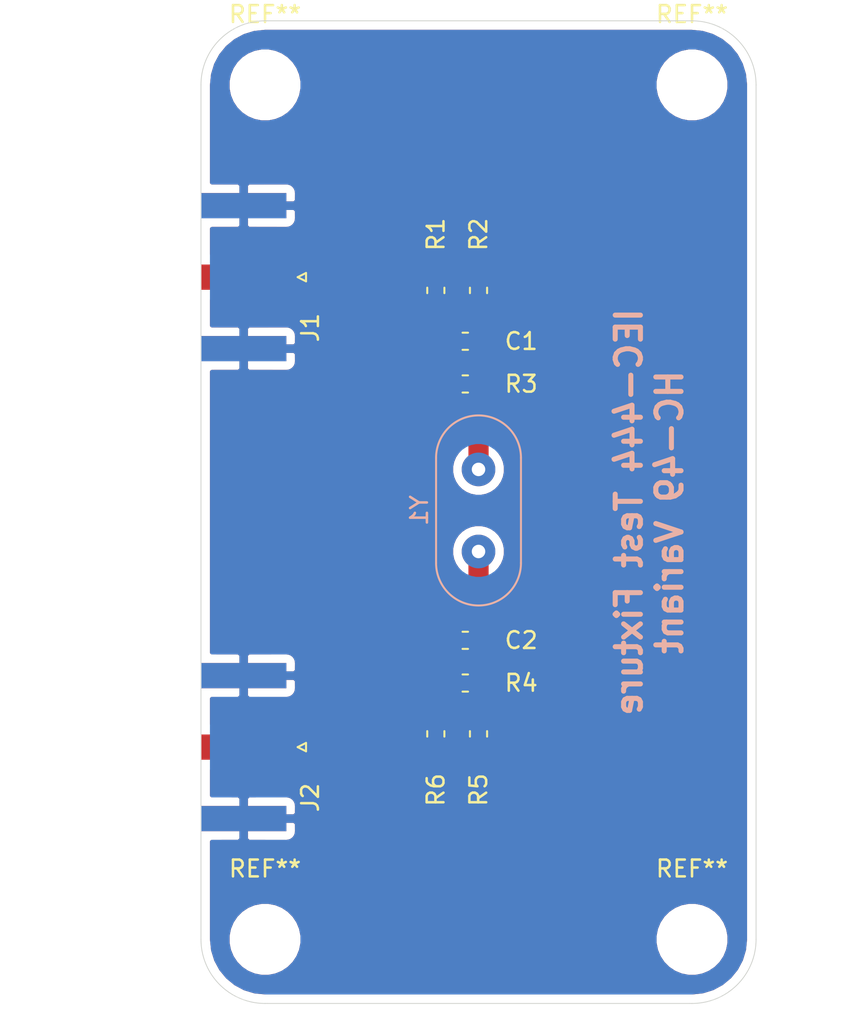
<source format=kicad_pcb>
(kicad_pcb (version 20171130) (host pcbnew "(5.1.5)-3")

  (general
    (thickness 1.6)
    (drawings 9)
    (tracks 5)
    (zones 0)
    (modules 15)
    (nets 6)
  )

  (page A4)
  (layers
    (0 F.Cu signal)
    (31 B.Cu signal)
    (32 B.Adhes user)
    (33 F.Adhes user)
    (34 B.Paste user)
    (35 F.Paste user)
    (36 B.SilkS user)
    (37 F.SilkS user)
    (38 B.Mask user)
    (39 F.Mask user)
    (40 Dwgs.User user)
    (41 Cmts.User user)
    (42 Eco1.User user)
    (43 Eco2.User user)
    (44 Edge.Cuts user)
    (45 Margin user)
    (46 B.CrtYd user)
    (47 F.CrtYd user)
    (48 B.Fab user)
    (49 F.Fab user)
  )

  (setup
    (last_trace_width 0.25)
    (trace_clearance 0.2)
    (zone_clearance 0.508)
    (zone_45_only no)
    (trace_min 0.2)
    (via_size 0.8)
    (via_drill 0.4)
    (via_min_size 0.4)
    (via_min_drill 0.3)
    (uvia_size 0.3)
    (uvia_drill 0.1)
    (uvias_allowed no)
    (uvia_min_size 0.2)
    (uvia_min_drill 0.1)
    (edge_width 0.05)
    (segment_width 0.2)
    (pcb_text_width 0.3)
    (pcb_text_size 1.5 1.5)
    (mod_edge_width 0.12)
    (mod_text_size 1 1)
    (mod_text_width 0.15)
    (pad_size 2 2)
    (pad_drill 0.8)
    (pad_to_mask_clearance 0.051)
    (solder_mask_min_width 0.25)
    (aux_axis_origin 0 0)
    (visible_elements FFFFFF7F)
    (pcbplotparams
      (layerselection 0x010fc_ffffffff)
      (usegerberextensions false)
      (usegerberattributes false)
      (usegerberadvancedattributes false)
      (creategerberjobfile false)
      (excludeedgelayer true)
      (linewidth 0.100000)
      (plotframeref false)
      (viasonmask false)
      (mode 1)
      (useauxorigin false)
      (hpglpennumber 1)
      (hpglpenspeed 20)
      (hpglpendiameter 15.000000)
      (psnegative false)
      (psa4output false)
      (plotreference true)
      (plotvalue true)
      (plotinvisibletext false)
      (padsonsilk false)
      (subtractmaskfromsilk false)
      (outputformat 1)
      (mirror false)
      (drillshape 1)
      (scaleselection 1)
      (outputdirectory ""))
  )

  (net 0 "")
  (net 1 "Net-(C1-Pad1)")
  (net 2 GND)
  (net 3 "Net-(C2-Pad1)")
  (net 4 "Net-(J1-Pad1)")
  (net 5 "Net-(J2-Pad1)")

  (net_class Default "This is the default net class."
    (clearance 0.2)
    (trace_width 0.25)
    (via_dia 0.8)
    (via_drill 0.4)
    (uvia_dia 0.3)
    (uvia_drill 0.1)
  )

  (net_class 50ohm_milled ""
    (clearance 0.3)
    (trace_width 1.2)
    (via_dia 1.3)
    (via_drill 1)
    (uvia_dia 0.3)
    (uvia_drill 0.1)
    (add_net GND)
    (add_net "Net-(C1-Pad1)")
    (add_net "Net-(C2-Pad1)")
    (add_net "Net-(J1-Pad1)")
    (add_net "Net-(J2-Pad1)")
  )

  (module MountingHole:MountingHole_3.2mm_M3 (layer F.Cu) (tedit 56D1B4CB) (tstamp 5E221B35)
    (at 139.7 139.7)
    (descr "Mounting Hole 3.2mm, no annular, M3")
    (tags "mounting hole 3.2mm no annular m3")
    (attr virtual)
    (fp_text reference REF** (at 0 -4.2) (layer F.SilkS)
      (effects (font (size 1 1) (thickness 0.15)))
    )
    (fp_text value MountingHole_3.2mm_M3 (at 0 4.2) (layer F.Fab)
      (effects (font (size 1 1) (thickness 0.15)))
    )
    (fp_circle (center 0 0) (end 3.45 0) (layer F.CrtYd) (width 0.05))
    (fp_circle (center 0 0) (end 3.2 0) (layer Cmts.User) (width 0.15))
    (fp_text user %R (at 0.3 0) (layer F.Fab)
      (effects (font (size 1 1) (thickness 0.15)))
    )
    (pad 1 np_thru_hole circle (at 0 0) (size 3.2 3.2) (drill 3.2) (layers *.Cu *.Mask))
  )

  (module MountingHole:MountingHole_3.2mm_M3 (layer F.Cu) (tedit 56D1B4CB) (tstamp 5E221B18)
    (at 139.7 88.9)
    (descr "Mounting Hole 3.2mm, no annular, M3")
    (tags "mounting hole 3.2mm no annular m3")
    (attr virtual)
    (fp_text reference REF** (at 0 -4.2) (layer F.SilkS)
      (effects (font (size 1 1) (thickness 0.15)))
    )
    (fp_text value MountingHole_3.2mm_M3 (at 0 4.2) (layer F.Fab)
      (effects (font (size 1 1) (thickness 0.15)))
    )
    (fp_circle (center 0 0) (end 3.45 0) (layer F.CrtYd) (width 0.05))
    (fp_circle (center 0 0) (end 3.2 0) (layer Cmts.User) (width 0.15))
    (fp_text user %R (at 0.3 0) (layer F.Fab)
      (effects (font (size 1 1) (thickness 0.15)))
    )
    (pad 1 np_thru_hole circle (at 0 0) (size 3.2 3.2) (drill 3.2) (layers *.Cu *.Mask))
  )

  (module MountingHole:MountingHole_3.2mm_M3 (layer F.Cu) (tedit 56D1B4CB) (tstamp 5E221AFB)
    (at 114.3 139.7)
    (descr "Mounting Hole 3.2mm, no annular, M3")
    (tags "mounting hole 3.2mm no annular m3")
    (attr virtual)
    (fp_text reference REF** (at 0 -4.2) (layer F.SilkS)
      (effects (font (size 1 1) (thickness 0.15)))
    )
    (fp_text value MountingHole_3.2mm_M3 (at 0 4.2) (layer F.Fab)
      (effects (font (size 1 1) (thickness 0.15)))
    )
    (fp_circle (center 0 0) (end 3.45 0) (layer F.CrtYd) (width 0.05))
    (fp_circle (center 0 0) (end 3.2 0) (layer Cmts.User) (width 0.15))
    (fp_text user %R (at 0.3 0) (layer F.Fab)
      (effects (font (size 1 1) (thickness 0.15)))
    )
    (pad 1 np_thru_hole circle (at 0 0) (size 3.2 3.2) (drill 3.2) (layers *.Cu *.Mask))
  )

  (module MountingHole:MountingHole_3.2mm_M3 (layer F.Cu) (tedit 56D1B4CB) (tstamp 5E221ABF)
    (at 114.3 88.9)
    (descr "Mounting Hole 3.2mm, no annular, M3")
    (tags "mounting hole 3.2mm no annular m3")
    (attr virtual)
    (fp_text reference REF** (at 0 -4.2) (layer F.SilkS)
      (effects (font (size 1 1) (thickness 0.15)))
    )
    (fp_text value MountingHole_3.2mm_M3 (at 0 4.2) (layer F.Fab)
      (effects (font (size 1 1) (thickness 0.15)))
    )
    (fp_circle (center 0 0) (end 3.45 0) (layer F.CrtYd) (width 0.05))
    (fp_circle (center 0 0) (end 3.2 0) (layer Cmts.User) (width 0.15))
    (fp_text user %R (at 0.3 0) (layer F.Fab)
      (effects (font (size 1 1) (thickness 0.15)))
    )
    (pad 1 np_thru_hole circle (at 0 0) (size 3.2 3.2) (drill 3.2) (layers *.Cu *.Mask))
  )

  (module Capacitor_SMD:C_0603_1608Metric (layer F.Cu) (tedit 5B301BBE) (tstamp 5E220322)
    (at 126.2125 104.14 180)
    (descr "Capacitor SMD 0603 (1608 Metric), square (rectangular) end terminal, IPC_7351 nominal, (Body size source: http://www.tortai-tech.com/upload/download/2011102023233369053.pdf), generated with kicad-footprint-generator")
    (tags capacitor)
    (path /5D612DA1)
    (attr smd)
    (fp_text reference C1 (at -3.3275 0) (layer F.SilkS)
      (effects (font (size 1 1) (thickness 0.15)))
    )
    (fp_text value 33n (at 4.2925 0) (layer F.Fab)
      (effects (font (size 1 1) (thickness 0.15)))
    )
    (fp_line (start -0.8 0.4) (end -0.8 -0.4) (layer F.Fab) (width 0.1))
    (fp_line (start -0.8 -0.4) (end 0.8 -0.4) (layer F.Fab) (width 0.1))
    (fp_line (start 0.8 -0.4) (end 0.8 0.4) (layer F.Fab) (width 0.1))
    (fp_line (start 0.8 0.4) (end -0.8 0.4) (layer F.Fab) (width 0.1))
    (fp_line (start -0.162779 -0.51) (end 0.162779 -0.51) (layer F.SilkS) (width 0.12))
    (fp_line (start -0.162779 0.51) (end 0.162779 0.51) (layer F.SilkS) (width 0.12))
    (fp_line (start -1.48 0.73) (end -1.48 -0.73) (layer F.CrtYd) (width 0.05))
    (fp_line (start -1.48 -0.73) (end 1.48 -0.73) (layer F.CrtYd) (width 0.05))
    (fp_line (start 1.48 -0.73) (end 1.48 0.73) (layer F.CrtYd) (width 0.05))
    (fp_line (start 1.48 0.73) (end -1.48 0.73) (layer F.CrtYd) (width 0.05))
    (fp_text user %R (at 0 0) (layer F.Fab)
      (effects (font (size 0.4 0.4) (thickness 0.06)))
    )
    (pad 1 smd roundrect (at -0.7875 0 180) (size 0.875 0.95) (layers F.Cu F.Paste F.Mask) (roundrect_rratio 0.25)
      (net 1 "Net-(C1-Pad1)"))
    (pad 2 smd roundrect (at 0.7875 0 180) (size 0.875 0.95) (layers F.Cu F.Paste F.Mask) (roundrect_rratio 0.25)
      (net 2 GND))
    (model ${KISYS3DMOD}/Capacitor_SMD.3dshapes/C_0603_1608Metric.wrl
      (at (xyz 0 0 0))
      (scale (xyz 1 1 1))
      (rotate (xyz 0 0 0))
    )
  )

  (module Capacitor_SMD:C_0603_1608Metric (layer F.Cu) (tedit 5B301BBE) (tstamp 5E220333)
    (at 126.2125 121.92 180)
    (descr "Capacitor SMD 0603 (1608 Metric), square (rectangular) end terminal, IPC_7351 nominal, (Body size source: http://www.tortai-tech.com/upload/download/2011102023233369053.pdf), generated with kicad-footprint-generator")
    (tags capacitor)
    (path /5D612EBD)
    (attr smd)
    (fp_text reference C2 (at -3.3275 0) (layer F.SilkS)
      (effects (font (size 1 1) (thickness 0.15)))
    )
    (fp_text value 33n (at 4.2925 0) (layer F.Fab)
      (effects (font (size 1 1) (thickness 0.15)))
    )
    (fp_text user %R (at 0 0) (layer F.Fab)
      (effects (font (size 0.4 0.4) (thickness 0.06)))
    )
    (fp_line (start 1.48 0.73) (end -1.48 0.73) (layer F.CrtYd) (width 0.05))
    (fp_line (start 1.48 -0.73) (end 1.48 0.73) (layer F.CrtYd) (width 0.05))
    (fp_line (start -1.48 -0.73) (end 1.48 -0.73) (layer F.CrtYd) (width 0.05))
    (fp_line (start -1.48 0.73) (end -1.48 -0.73) (layer F.CrtYd) (width 0.05))
    (fp_line (start -0.162779 0.51) (end 0.162779 0.51) (layer F.SilkS) (width 0.12))
    (fp_line (start -0.162779 -0.51) (end 0.162779 -0.51) (layer F.SilkS) (width 0.12))
    (fp_line (start 0.8 0.4) (end -0.8 0.4) (layer F.Fab) (width 0.1))
    (fp_line (start 0.8 -0.4) (end 0.8 0.4) (layer F.Fab) (width 0.1))
    (fp_line (start -0.8 -0.4) (end 0.8 -0.4) (layer F.Fab) (width 0.1))
    (fp_line (start -0.8 0.4) (end -0.8 -0.4) (layer F.Fab) (width 0.1))
    (pad 2 smd roundrect (at 0.7875 0 180) (size 0.875 0.95) (layers F.Cu F.Paste F.Mask) (roundrect_rratio 0.25)
      (net 2 GND))
    (pad 1 smd roundrect (at -0.7875 0 180) (size 0.875 0.95) (layers F.Cu F.Paste F.Mask) (roundrect_rratio 0.25)
      (net 3 "Net-(C2-Pad1)"))
    (model ${KISYS3DMOD}/Capacitor_SMD.3dshapes/C_0603_1608Metric.wrl
      (at (xyz 0 0 0))
      (scale (xyz 1 1 1))
      (rotate (xyz 0 0 0))
    )
  )

  (module Connector_Coaxial:SMA_Amphenol_132289_EdgeMount (layer F.Cu) (tedit 5A1C1810) (tstamp 5E220356)
    (at 113.03 100.33 180)
    (descr http://www.amphenolrf.com/132289.html)
    (tags SMA)
    (path /5D614539)
    (attr smd)
    (fp_text reference J1 (at -3.96 -3 90) (layer F.SilkS)
      (effects (font (size 1 1) (thickness 0.15)))
    )
    (fp_text value Conn_Coaxial (at 5 6) (layer F.Fab)
      (effects (font (size 1 1) (thickness 0.15)))
    )
    (fp_line (start -1.91 5.08) (end 4.445 5.08) (layer F.Fab) (width 0.1))
    (fp_line (start -1.91 3.81) (end -1.91 5.08) (layer F.Fab) (width 0.1))
    (fp_line (start 2.54 3.81) (end -1.91 3.81) (layer F.Fab) (width 0.1))
    (fp_line (start 2.54 -3.81) (end 2.54 3.81) (layer F.Fab) (width 0.1))
    (fp_line (start -1.91 -3.81) (end 2.54 -3.81) (layer F.Fab) (width 0.1))
    (fp_line (start -1.91 -5.08) (end -1.91 -3.81) (layer F.Fab) (width 0.1))
    (fp_line (start -1.91 -5.08) (end 4.445 -5.08) (layer F.Fab) (width 0.1))
    (fp_line (start 4.445 -3.81) (end 4.445 -5.08) (layer F.Fab) (width 0.1))
    (fp_line (start 4.445 5.08) (end 4.445 3.81) (layer F.Fab) (width 0.1))
    (fp_line (start 13.97 3.81) (end 4.445 3.81) (layer F.Fab) (width 0.1))
    (fp_line (start 13.97 -3.81) (end 13.97 3.81) (layer F.Fab) (width 0.1))
    (fp_line (start 4.445 -3.81) (end 13.97 -3.81) (layer F.Fab) (width 0.1))
    (fp_line (start -3.04 5.58) (end -3.04 -5.58) (layer B.CrtYd) (width 0.05))
    (fp_line (start 14.47 5.58) (end -3.04 5.58) (layer B.CrtYd) (width 0.05))
    (fp_line (start 14.47 -5.58) (end 14.47 5.58) (layer B.CrtYd) (width 0.05))
    (fp_line (start 14.47 -5.58) (end -3.04 -5.58) (layer B.CrtYd) (width 0.05))
    (fp_line (start -3.04 5.58) (end -3.04 -5.58) (layer F.CrtYd) (width 0.05))
    (fp_line (start 14.47 5.58) (end -3.04 5.58) (layer F.CrtYd) (width 0.05))
    (fp_line (start 14.47 -5.58) (end 14.47 5.58) (layer F.CrtYd) (width 0.05))
    (fp_line (start 14.47 -5.58) (end -3.04 -5.58) (layer F.CrtYd) (width 0.05))
    (fp_text user %R (at 4.79 0 270) (layer F.Fab)
      (effects (font (size 1 1) (thickness 0.15)))
    )
    (fp_line (start 2.54 -0.75) (end 3.54 0) (layer F.Fab) (width 0.1))
    (fp_line (start 3.54 0) (end 2.54 0.75) (layer F.Fab) (width 0.1))
    (fp_line (start -3.21 0) (end -3.71 -0.25) (layer F.SilkS) (width 0.12))
    (fp_line (start -3.71 -0.25) (end -3.71 0.25) (layer F.SilkS) (width 0.12))
    (fp_line (start -3.71 0.25) (end -3.21 0) (layer F.SilkS) (width 0.12))
    (pad 1 smd rect (at 0 0 270) (size 1.5 5.08) (layers F.Cu F.Paste F.Mask)
      (net 4 "Net-(J1-Pad1)"))
    (pad 2 smd rect (at 0 -4.25 270) (size 1.5 5.08) (layers F.Cu F.Paste F.Mask)
      (net 2 GND))
    (pad 2 smd rect (at 0 4.25 270) (size 1.5 5.08) (layers F.Cu F.Paste F.Mask)
      (net 2 GND))
    (pad 2 smd rect (at 0 -4.25 270) (size 1.5 5.08) (layers B.Cu B.Paste B.Mask)
      (net 2 GND))
    (pad 2 smd rect (at 0 4.25 270) (size 1.5 5.08) (layers B.Cu B.Paste B.Mask)
      (net 2 GND))
    (model ${KISYS3DMOD}/Connector_Coaxial.3dshapes/SMA_Amphenol_132289_EdgeMount.wrl
      (at (xyz 0 0 0))
      (scale (xyz 1 1 1))
      (rotate (xyz 0 0 0))
    )
  )

  (module Connector_Coaxial:SMA_Amphenol_132289_EdgeMount (layer F.Cu) (tedit 5A1C1810) (tstamp 5E220379)
    (at 113.03 128.27 180)
    (descr http://www.amphenolrf.com/132289.html)
    (tags SMA)
    (path /5D614489)
    (attr smd)
    (fp_text reference J2 (at -3.96 -3 90) (layer F.SilkS)
      (effects (font (size 1 1) (thickness 0.15)))
    )
    (fp_text value Conn_Coaxial (at 5 6) (layer F.Fab)
      (effects (font (size 1 1) (thickness 0.15)))
    )
    (fp_line (start -3.71 0.25) (end -3.21 0) (layer F.SilkS) (width 0.12))
    (fp_line (start -3.71 -0.25) (end -3.71 0.25) (layer F.SilkS) (width 0.12))
    (fp_line (start -3.21 0) (end -3.71 -0.25) (layer F.SilkS) (width 0.12))
    (fp_line (start 3.54 0) (end 2.54 0.75) (layer F.Fab) (width 0.1))
    (fp_line (start 2.54 -0.75) (end 3.54 0) (layer F.Fab) (width 0.1))
    (fp_text user %R (at 4.79 0 270) (layer F.Fab)
      (effects (font (size 1 1) (thickness 0.15)))
    )
    (fp_line (start 14.47 -5.58) (end -3.04 -5.58) (layer F.CrtYd) (width 0.05))
    (fp_line (start 14.47 -5.58) (end 14.47 5.58) (layer F.CrtYd) (width 0.05))
    (fp_line (start 14.47 5.58) (end -3.04 5.58) (layer F.CrtYd) (width 0.05))
    (fp_line (start -3.04 5.58) (end -3.04 -5.58) (layer F.CrtYd) (width 0.05))
    (fp_line (start 14.47 -5.58) (end -3.04 -5.58) (layer B.CrtYd) (width 0.05))
    (fp_line (start 14.47 -5.58) (end 14.47 5.58) (layer B.CrtYd) (width 0.05))
    (fp_line (start 14.47 5.58) (end -3.04 5.58) (layer B.CrtYd) (width 0.05))
    (fp_line (start -3.04 5.58) (end -3.04 -5.58) (layer B.CrtYd) (width 0.05))
    (fp_line (start 4.445 -3.81) (end 13.97 -3.81) (layer F.Fab) (width 0.1))
    (fp_line (start 13.97 -3.81) (end 13.97 3.81) (layer F.Fab) (width 0.1))
    (fp_line (start 13.97 3.81) (end 4.445 3.81) (layer F.Fab) (width 0.1))
    (fp_line (start 4.445 5.08) (end 4.445 3.81) (layer F.Fab) (width 0.1))
    (fp_line (start 4.445 -3.81) (end 4.445 -5.08) (layer F.Fab) (width 0.1))
    (fp_line (start -1.91 -5.08) (end 4.445 -5.08) (layer F.Fab) (width 0.1))
    (fp_line (start -1.91 -5.08) (end -1.91 -3.81) (layer F.Fab) (width 0.1))
    (fp_line (start -1.91 -3.81) (end 2.54 -3.81) (layer F.Fab) (width 0.1))
    (fp_line (start 2.54 -3.81) (end 2.54 3.81) (layer F.Fab) (width 0.1))
    (fp_line (start 2.54 3.81) (end -1.91 3.81) (layer F.Fab) (width 0.1))
    (fp_line (start -1.91 3.81) (end -1.91 5.08) (layer F.Fab) (width 0.1))
    (fp_line (start -1.91 5.08) (end 4.445 5.08) (layer F.Fab) (width 0.1))
    (pad 2 smd rect (at 0 4.25 270) (size 1.5 5.08) (layers B.Cu B.Paste B.Mask)
      (net 2 GND))
    (pad 2 smd rect (at 0 -4.25 270) (size 1.5 5.08) (layers B.Cu B.Paste B.Mask)
      (net 2 GND))
    (pad 2 smd rect (at 0 4.25 270) (size 1.5 5.08) (layers F.Cu F.Paste F.Mask)
      (net 2 GND))
    (pad 2 smd rect (at 0 -4.25 270) (size 1.5 5.08) (layers F.Cu F.Paste F.Mask)
      (net 2 GND))
    (pad 1 smd rect (at 0 0 270) (size 1.5 5.08) (layers F.Cu F.Paste F.Mask)
      (net 5 "Net-(J2-Pad1)"))
    (model ${KISYS3DMOD}/Connector_Coaxial.3dshapes/SMA_Amphenol_132289_EdgeMount.wrl
      (at (xyz 0 0 0))
      (scale (xyz 1 1 1))
      (rotate (xyz 0 0 0))
    )
  )

  (module Resistor_SMD:R_0603_1608Metric (layer F.Cu) (tedit 5B301BBD) (tstamp 5E22038A)
    (at 124.46 101.1175 270)
    (descr "Resistor SMD 0603 (1608 Metric), square (rectangular) end terminal, IPC_7351 nominal, (Body size source: http://www.tortai-tech.com/upload/download/2011102023233369053.pdf), generated with kicad-footprint-generator")
    (tags resistor)
    (path /5D612D4C)
    (attr smd)
    (fp_text reference R1 (at -3.3275 0 90) (layer F.SilkS)
      (effects (font (size 1 1) (thickness 0.15)))
    )
    (fp_text value 158R (at -3.3275 1.27 90) (layer F.Fab)
      (effects (font (size 1 1) (thickness 0.15)))
    )
    (fp_line (start -0.8 0.4) (end -0.8 -0.4) (layer F.Fab) (width 0.1))
    (fp_line (start -0.8 -0.4) (end 0.8 -0.4) (layer F.Fab) (width 0.1))
    (fp_line (start 0.8 -0.4) (end 0.8 0.4) (layer F.Fab) (width 0.1))
    (fp_line (start 0.8 0.4) (end -0.8 0.4) (layer F.Fab) (width 0.1))
    (fp_line (start -0.162779 -0.51) (end 0.162779 -0.51) (layer F.SilkS) (width 0.12))
    (fp_line (start -0.162779 0.51) (end 0.162779 0.51) (layer F.SilkS) (width 0.12))
    (fp_line (start -1.48 0.73) (end -1.48 -0.73) (layer F.CrtYd) (width 0.05))
    (fp_line (start -1.48 -0.73) (end 1.48 -0.73) (layer F.CrtYd) (width 0.05))
    (fp_line (start 1.48 -0.73) (end 1.48 0.73) (layer F.CrtYd) (width 0.05))
    (fp_line (start 1.48 0.73) (end -1.48 0.73) (layer F.CrtYd) (width 0.05))
    (fp_text user %R (at 0 0 90) (layer F.Fab)
      (effects (font (size 0.4 0.4) (thickness 0.06)))
    )
    (pad 1 smd roundrect (at -0.7875 0 270) (size 0.875 0.95) (layers F.Cu F.Paste F.Mask) (roundrect_rratio 0.25)
      (net 4 "Net-(J1-Pad1)"))
    (pad 2 smd roundrect (at 0.7875 0 270) (size 0.875 0.95) (layers F.Cu F.Paste F.Mask) (roundrect_rratio 0.25)
      (net 2 GND))
    (model ${KISYS3DMOD}/Resistor_SMD.3dshapes/R_0603_1608Metric.wrl
      (at (xyz 0 0 0))
      (scale (xyz 1 1 1))
      (rotate (xyz 0 0 0))
    )
  )

  (module Resistor_SMD:R_0603_1608Metric (layer F.Cu) (tedit 5B301BBD) (tstamp 5E22084D)
    (at 127 101.1175 90)
    (descr "Resistor SMD 0603 (1608 Metric), square (rectangular) end terminal, IPC_7351 nominal, (Body size source: http://www.tortai-tech.com/upload/download/2011102023233369053.pdf), generated with kicad-footprint-generator")
    (tags resistor)
    (path /5D612D52)
    (attr smd)
    (fp_text reference R2 (at 3.3275 0 90) (layer F.SilkS)
      (effects (font (size 1 1) (thickness 0.15)))
    )
    (fp_text value 66R5 (at 3.3275 1.43 90) (layer F.Fab)
      (effects (font (size 1 1) (thickness 0.15)))
    )
    (fp_text user %R (at 0 0 90) (layer F.Fab)
      (effects (font (size 0.4 0.4) (thickness 0.06)))
    )
    (fp_line (start 1.48 0.73) (end -1.48 0.73) (layer F.CrtYd) (width 0.05))
    (fp_line (start 1.48 -0.73) (end 1.48 0.73) (layer F.CrtYd) (width 0.05))
    (fp_line (start -1.48 -0.73) (end 1.48 -0.73) (layer F.CrtYd) (width 0.05))
    (fp_line (start -1.48 0.73) (end -1.48 -0.73) (layer F.CrtYd) (width 0.05))
    (fp_line (start -0.162779 0.51) (end 0.162779 0.51) (layer F.SilkS) (width 0.12))
    (fp_line (start -0.162779 -0.51) (end 0.162779 -0.51) (layer F.SilkS) (width 0.12))
    (fp_line (start 0.8 0.4) (end -0.8 0.4) (layer F.Fab) (width 0.1))
    (fp_line (start 0.8 -0.4) (end 0.8 0.4) (layer F.Fab) (width 0.1))
    (fp_line (start -0.8 -0.4) (end 0.8 -0.4) (layer F.Fab) (width 0.1))
    (fp_line (start -0.8 0.4) (end -0.8 -0.4) (layer F.Fab) (width 0.1))
    (pad 2 smd roundrect (at 0.7875 0 90) (size 0.875 0.95) (layers F.Cu F.Paste F.Mask) (roundrect_rratio 0.25)
      (net 4 "Net-(J1-Pad1)"))
    (pad 1 smd roundrect (at -0.7875 0 90) (size 0.875 0.95) (layers F.Cu F.Paste F.Mask) (roundrect_rratio 0.25)
      (net 1 "Net-(C1-Pad1)"))
    (model ${KISYS3DMOD}/Resistor_SMD.3dshapes/R_0603_1608Metric.wrl
      (at (xyz 0 0 0))
      (scale (xyz 1 1 1))
      (rotate (xyz 0 0 0))
    )
  )

  (module Resistor_SMD:R_0603_1608Metric (layer F.Cu) (tedit 5B301BBD) (tstamp 5E220BD1)
    (at 126.2125 106.68 180)
    (descr "Resistor SMD 0603 (1608 Metric), square (rectangular) end terminal, IPC_7351 nominal, (Body size source: http://www.tortai-tech.com/upload/download/2011102023233369053.pdf), generated with kicad-footprint-generator")
    (tags resistor)
    (path /5D612D46)
    (attr smd)
    (fp_text reference R3 (at -3.3275 0) (layer F.SilkS)
      (effects (font (size 1 1) (thickness 0.15)))
    )
    (fp_text value 14R2 (at 4.2925 0) (layer F.Fab)
      (effects (font (size 1 1) (thickness 0.15)))
    )
    (fp_text user %R (at 0 0) (layer F.Fab)
      (effects (font (size 0.4 0.4) (thickness 0.06)))
    )
    (fp_line (start 1.48 0.73) (end -1.48 0.73) (layer F.CrtYd) (width 0.05))
    (fp_line (start 1.48 -0.73) (end 1.48 0.73) (layer F.CrtYd) (width 0.05))
    (fp_line (start -1.48 -0.73) (end 1.48 -0.73) (layer F.CrtYd) (width 0.05))
    (fp_line (start -1.48 0.73) (end -1.48 -0.73) (layer F.CrtYd) (width 0.05))
    (fp_line (start -0.162779 0.51) (end 0.162779 0.51) (layer F.SilkS) (width 0.12))
    (fp_line (start -0.162779 -0.51) (end 0.162779 -0.51) (layer F.SilkS) (width 0.12))
    (fp_line (start 0.8 0.4) (end -0.8 0.4) (layer F.Fab) (width 0.1))
    (fp_line (start 0.8 -0.4) (end 0.8 0.4) (layer F.Fab) (width 0.1))
    (fp_line (start -0.8 -0.4) (end 0.8 -0.4) (layer F.Fab) (width 0.1))
    (fp_line (start -0.8 0.4) (end -0.8 -0.4) (layer F.Fab) (width 0.1))
    (pad 2 smd roundrect (at 0.7875 0 180) (size 0.875 0.95) (layers F.Cu F.Paste F.Mask) (roundrect_rratio 0.25)
      (net 2 GND))
    (pad 1 smd roundrect (at -0.7875 0 180) (size 0.875 0.95) (layers F.Cu F.Paste F.Mask) (roundrect_rratio 0.25)
      (net 1 "Net-(C1-Pad1)"))
    (model ${KISYS3DMOD}/Resistor_SMD.3dshapes/R_0603_1608Metric.wrl
      (at (xyz 0 0 0))
      (scale (xyz 1 1 1))
      (rotate (xyz 0 0 0))
    )
  )

  (module Resistor_SMD:R_0603_1608Metric (layer F.Cu) (tedit 5B301BBD) (tstamp 5E2209B6)
    (at 126.2125 124.46 180)
    (descr "Resistor SMD 0603 (1608 Metric), square (rectangular) end terminal, IPC_7351 nominal, (Body size source: http://www.tortai-tech.com/upload/download/2011102023233369053.pdf), generated with kicad-footprint-generator")
    (tags resistor)
    (path /5D61253A)
    (attr smd)
    (fp_text reference R4 (at -3.3275 0) (layer F.SilkS)
      (effects (font (size 1 1) (thickness 0.15)))
    )
    (fp_text value 14R2 (at 4.2925 0) (layer F.Fab)
      (effects (font (size 1 1) (thickness 0.15)))
    )
    (fp_text user %R (at 0 0) (layer F.Fab)
      (effects (font (size 0.4 0.4) (thickness 0.06)))
    )
    (fp_line (start 1.48 0.73) (end -1.48 0.73) (layer F.CrtYd) (width 0.05))
    (fp_line (start 1.48 -0.73) (end 1.48 0.73) (layer F.CrtYd) (width 0.05))
    (fp_line (start -1.48 -0.73) (end 1.48 -0.73) (layer F.CrtYd) (width 0.05))
    (fp_line (start -1.48 0.73) (end -1.48 -0.73) (layer F.CrtYd) (width 0.05))
    (fp_line (start -0.162779 0.51) (end 0.162779 0.51) (layer F.SilkS) (width 0.12))
    (fp_line (start -0.162779 -0.51) (end 0.162779 -0.51) (layer F.SilkS) (width 0.12))
    (fp_line (start 0.8 0.4) (end -0.8 0.4) (layer F.Fab) (width 0.1))
    (fp_line (start 0.8 -0.4) (end 0.8 0.4) (layer F.Fab) (width 0.1))
    (fp_line (start -0.8 -0.4) (end 0.8 -0.4) (layer F.Fab) (width 0.1))
    (fp_line (start -0.8 0.4) (end -0.8 -0.4) (layer F.Fab) (width 0.1))
    (pad 2 smd roundrect (at 0.7875 0 180) (size 0.875 0.95) (layers F.Cu F.Paste F.Mask) (roundrect_rratio 0.25)
      (net 2 GND))
    (pad 1 smd roundrect (at -0.7875 0 180) (size 0.875 0.95) (layers F.Cu F.Paste F.Mask) (roundrect_rratio 0.25)
      (net 3 "Net-(C2-Pad1)"))
    (model ${KISYS3DMOD}/Resistor_SMD.3dshapes/R_0603_1608Metric.wrl
      (at (xyz 0 0 0))
      (scale (xyz 1 1 1))
      (rotate (xyz 0 0 0))
    )
  )

  (module Resistor_SMD:R_0603_1608Metric (layer F.Cu) (tedit 5B301BBD) (tstamp 5E2203CE)
    (at 127 127.4825 90)
    (descr "Resistor SMD 0603 (1608 Metric), square (rectangular) end terminal, IPC_7351 nominal, (Body size source: http://www.tortai-tech.com/upload/download/2011102023233369053.pdf), generated with kicad-footprint-generator")
    (tags resistor)
    (path /5D61256E)
    (attr smd)
    (fp_text reference R5 (at -3.3275 0 90) (layer F.SilkS)
      (effects (font (size 1 1) (thickness 0.15)))
    )
    (fp_text value 66R5 (at -3.3275 1.43 90) (layer F.Fab)
      (effects (font (size 1 1) (thickness 0.15)))
    )
    (fp_line (start -0.8 0.4) (end -0.8 -0.4) (layer F.Fab) (width 0.1))
    (fp_line (start -0.8 -0.4) (end 0.8 -0.4) (layer F.Fab) (width 0.1))
    (fp_line (start 0.8 -0.4) (end 0.8 0.4) (layer F.Fab) (width 0.1))
    (fp_line (start 0.8 0.4) (end -0.8 0.4) (layer F.Fab) (width 0.1))
    (fp_line (start -0.162779 -0.51) (end 0.162779 -0.51) (layer F.SilkS) (width 0.12))
    (fp_line (start -0.162779 0.51) (end 0.162779 0.51) (layer F.SilkS) (width 0.12))
    (fp_line (start -1.48 0.73) (end -1.48 -0.73) (layer F.CrtYd) (width 0.05))
    (fp_line (start -1.48 -0.73) (end 1.48 -0.73) (layer F.CrtYd) (width 0.05))
    (fp_line (start 1.48 -0.73) (end 1.48 0.73) (layer F.CrtYd) (width 0.05))
    (fp_line (start 1.48 0.73) (end -1.48 0.73) (layer F.CrtYd) (width 0.05))
    (fp_text user %R (at 0 0 90) (layer F.Fab)
      (effects (font (size 0.4 0.4) (thickness 0.06)))
    )
    (pad 1 smd roundrect (at -0.7875 0 90) (size 0.875 0.95) (layers F.Cu F.Paste F.Mask) (roundrect_rratio 0.25)
      (net 5 "Net-(J2-Pad1)"))
    (pad 2 smd roundrect (at 0.7875 0 90) (size 0.875 0.95) (layers F.Cu F.Paste F.Mask) (roundrect_rratio 0.25)
      (net 3 "Net-(C2-Pad1)"))
    (model ${KISYS3DMOD}/Resistor_SMD.3dshapes/R_0603_1608Metric.wrl
      (at (xyz 0 0 0))
      (scale (xyz 1 1 1))
      (rotate (xyz 0 0 0))
    )
  )

  (module Resistor_SMD:R_0603_1608Metric (layer F.Cu) (tedit 5B301BBD) (tstamp 5E2203DF)
    (at 124.46 127.4825 90)
    (descr "Resistor SMD 0603 (1608 Metric), square (rectangular) end terminal, IPC_7351 nominal, (Body size source: http://www.tortai-tech.com/upload/download/2011102023233369053.pdf), generated with kicad-footprint-generator")
    (tags resistor)
    (path /5D6124B7)
    (attr smd)
    (fp_text reference R6 (at -3.3275 0 90) (layer F.SilkS)
      (effects (font (size 1 1) (thickness 0.15)))
    )
    (fp_text value 158R (at -3.3275 -1.27 90) (layer F.Fab)
      (effects (font (size 1 1) (thickness 0.15)))
    )
    (fp_line (start -0.8 0.4) (end -0.8 -0.4) (layer F.Fab) (width 0.1))
    (fp_line (start -0.8 -0.4) (end 0.8 -0.4) (layer F.Fab) (width 0.1))
    (fp_line (start 0.8 -0.4) (end 0.8 0.4) (layer F.Fab) (width 0.1))
    (fp_line (start 0.8 0.4) (end -0.8 0.4) (layer F.Fab) (width 0.1))
    (fp_line (start -0.162779 -0.51) (end 0.162779 -0.51) (layer F.SilkS) (width 0.12))
    (fp_line (start -0.162779 0.51) (end 0.162779 0.51) (layer F.SilkS) (width 0.12))
    (fp_line (start -1.48 0.73) (end -1.48 -0.73) (layer F.CrtYd) (width 0.05))
    (fp_line (start -1.48 -0.73) (end 1.48 -0.73) (layer F.CrtYd) (width 0.05))
    (fp_line (start 1.48 -0.73) (end 1.48 0.73) (layer F.CrtYd) (width 0.05))
    (fp_line (start 1.48 0.73) (end -1.48 0.73) (layer F.CrtYd) (width 0.05))
    (fp_text user %R (at 0 0 90) (layer F.Fab)
      (effects (font (size 0.4 0.4) (thickness 0.06)))
    )
    (pad 1 smd roundrect (at -0.7875 0 90) (size 0.875 0.95) (layers F.Cu F.Paste F.Mask) (roundrect_rratio 0.25)
      (net 5 "Net-(J2-Pad1)"))
    (pad 2 smd roundrect (at 0.7875 0 90) (size 0.875 0.95) (layers F.Cu F.Paste F.Mask) (roundrect_rratio 0.25)
      (net 2 GND))
    (model ${KISYS3DMOD}/Resistor_SMD.3dshapes/R_0603_1608Metric.wrl
      (at (xyz 0 0 0))
      (scale (xyz 1 1 1))
      (rotate (xyz 0 0 0))
    )
  )

  (module Crystal:Crystal_HC49-U_Vertical (layer B.Cu) (tedit 5E21B287) (tstamp 5E220723)
    (at 127 111.76 270)
    (descr "Crystal THT HC-49/U http://5hertz.com/pdfs/04404_D.pdf")
    (tags "THT crystalHC-49/U")
    (path /5DDDC3CC)
    (fp_text reference Y1 (at 2.44 3.525 270) (layer B.SilkS)
      (effects (font (size 1 1) (thickness 0.15)) (justify mirror))
    )
    (fp_text value HS-49S (at 2.44 -3.525 270) (layer B.Fab)
      (effects (font (size 1 1) (thickness 0.15)) (justify mirror))
    )
    (fp_text user %R (at 2.44 0 270) (layer B.Fab)
      (effects (font (size 1 1) (thickness 0.15)) (justify mirror))
    )
    (fp_line (start -0.685 2.325) (end 5.565 2.325) (layer B.Fab) (width 0.1))
    (fp_line (start -0.685 -2.325) (end 5.565 -2.325) (layer B.Fab) (width 0.1))
    (fp_line (start -0.56 2) (end 5.44 2) (layer B.Fab) (width 0.1))
    (fp_line (start -0.56 -2) (end 5.44 -2) (layer B.Fab) (width 0.1))
    (fp_line (start -0.685 2.525) (end 5.565 2.525) (layer B.SilkS) (width 0.12))
    (fp_line (start -0.685 -2.525) (end 5.565 -2.525) (layer B.SilkS) (width 0.12))
    (fp_line (start -3.5 2.8) (end -3.5 -2.8) (layer B.CrtYd) (width 0.05))
    (fp_line (start -3.5 -2.8) (end 8.4 -2.8) (layer B.CrtYd) (width 0.05))
    (fp_line (start 8.4 -2.8) (end 8.4 2.8) (layer B.CrtYd) (width 0.05))
    (fp_line (start 8.4 2.8) (end -3.5 2.8) (layer B.CrtYd) (width 0.05))
    (fp_arc (start -0.685 0) (end -0.685 2.325) (angle 180) (layer B.Fab) (width 0.1))
    (fp_arc (start 5.565 0) (end 5.565 2.325) (angle -180) (layer B.Fab) (width 0.1))
    (fp_arc (start -0.56 0) (end -0.56 2) (angle 180) (layer B.Fab) (width 0.1))
    (fp_arc (start 5.44 0) (end 5.44 2) (angle -180) (layer B.Fab) (width 0.1))
    (fp_arc (start -0.685 0) (end -0.685 2.525) (angle 180) (layer B.SilkS) (width 0.12))
    (fp_arc (start 5.565 0) (end 5.565 2.525) (angle -180) (layer B.SilkS) (width 0.12))
    (pad 1 thru_hole circle (at 0 0 270) (size 2 2) (drill 0.8) (layers *.Cu *.Mask)
      (net 1 "Net-(C1-Pad1)"))
    (pad 2 thru_hole circle (at 4.88 0 270) (size 2 2) (drill 0.8) (layers *.Cu *.Mask)
      (net 3 "Net-(C2-Pad1)"))
    (model ${KISYS3DMOD}/Crystal.3dshapes/Crystal_HC49-U_Vertical.wrl
      (at (xyz 0 0 0))
      (scale (xyz 1 1 1))
      (rotate (xyz 0 0 0))
    )
  )

  (gr_text "IEC-444 Test Fixture\nHC-49 Variant" (at 137.16 114.3 90) (layer B.SilkS)
    (effects (font (size 1.5 1.5) (thickness 0.3)) (justify mirror))
  )
  (gr_line (start 114.3 143.51) (end 139.7 143.51) (layer Edge.Cuts) (width 0.05) (tstamp 5E221B39))
  (gr_line (start 110.49 88.9) (end 110.49 139.7) (layer Edge.Cuts) (width 0.05) (tstamp 5E221B38))
  (gr_line (start 139.7 85.09) (end 114.3 85.09) (layer Edge.Cuts) (width 0.05) (tstamp 5E221B37))
  (gr_line (start 143.51 139.7) (end 143.51 88.9) (layer Edge.Cuts) (width 0.05) (tstamp 5E221B36))
  (gr_arc (start 139.7 139.7) (end 139.7 143.51) (angle -90) (layer Edge.Cuts) (width 0.05))
  (gr_arc (start 114.3 139.7) (end 110.49 139.7) (angle -90) (layer Edge.Cuts) (width 0.05))
  (gr_arc (start 139.7 88.9) (end 143.51 88.9) (angle -90) (layer Edge.Cuts) (width 0.05))
  (gr_arc (start 114.3 88.9) (end 114.3 85.09) (angle -90) (layer Edge.Cuts) (width 0.05))

  (segment (start 127 101.905) (end 127 111.76) (width 1.2) (layer F.Cu) (net 1))
  (segment (start 127 126.695) (end 127 116.64) (width 1.2) (layer F.Cu) (net 3))
  (segment (start 114.3 100.33) (end 127 100.33) (width 1.2) (layer F.Cu) (net 4))
  (segment (start 118.04 128.27) (end 127 128.27) (width 1.2) (layer F.Cu) (net 5))
  (segment (start 114.3 128.27) (end 118.04 128.27) (width 1.2) (layer F.Cu) (net 5))

  (zone (net 2) (net_name GND) (layer F.Cu) (tstamp 0) (hatch edge 0.508)
    (connect_pads (clearance 0.508))
    (min_thickness 0.254)
    (fill yes (arc_segments 32) (thermal_gap 0.508) (thermal_bridge_width 0.508))
    (polygon
      (pts
        (xy 143.51 143.51) (xy 110.49 143.51) (xy 110.49 85.09) (xy 143.51 85.09)
      )
    )
    (filled_polygon
      (pts
        (xy 140.311222 85.813096) (xy 140.899164 85.990606) (xy 141.441436 86.278937) (xy 141.917364 86.667094) (xy 142.308845 87.140314)
        (xy 142.600951 87.680552) (xy 142.782563 88.267244) (xy 142.850001 88.908888) (xy 142.85 139.667721) (xy 142.786904 140.311221)
        (xy 142.609394 140.899164) (xy 142.321063 141.441436) (xy 141.932906 141.917364) (xy 141.459686 142.308845) (xy 140.919449 142.60095)
        (xy 140.332756 142.782563) (xy 139.69113 142.85) (xy 114.332279 142.85) (xy 113.688779 142.786904) (xy 113.100836 142.609394)
        (xy 112.558564 142.321063) (xy 112.082636 141.932906) (xy 111.691155 141.459686) (xy 111.39905 140.919449) (xy 111.217437 140.332756)
        (xy 111.15 139.69113) (xy 111.15 139.479872) (xy 112.065 139.479872) (xy 112.065 139.920128) (xy 112.15089 140.351925)
        (xy 112.319369 140.758669) (xy 112.563962 141.124729) (xy 112.875271 141.436038) (xy 113.241331 141.680631) (xy 113.648075 141.84911)
        (xy 114.079872 141.935) (xy 114.520128 141.935) (xy 114.951925 141.84911) (xy 115.358669 141.680631) (xy 115.724729 141.436038)
        (xy 116.036038 141.124729) (xy 116.280631 140.758669) (xy 116.44911 140.351925) (xy 116.535 139.920128) (xy 116.535 139.479872)
        (xy 137.465 139.479872) (xy 137.465 139.920128) (xy 137.55089 140.351925) (xy 137.719369 140.758669) (xy 137.963962 141.124729)
        (xy 138.275271 141.436038) (xy 138.641331 141.680631) (xy 139.048075 141.84911) (xy 139.479872 141.935) (xy 139.920128 141.935)
        (xy 140.351925 141.84911) (xy 140.758669 141.680631) (xy 141.124729 141.436038) (xy 141.436038 141.124729) (xy 141.680631 140.758669)
        (xy 141.84911 140.351925) (xy 141.935 139.920128) (xy 141.935 139.479872) (xy 141.84911 139.048075) (xy 141.680631 138.641331)
        (xy 141.436038 138.275271) (xy 141.124729 137.963962) (xy 140.758669 137.719369) (xy 140.351925 137.55089) (xy 139.920128 137.465)
        (xy 139.479872 137.465) (xy 139.048075 137.55089) (xy 138.641331 137.719369) (xy 138.275271 137.963962) (xy 137.963962 138.275271)
        (xy 137.719369 138.641331) (xy 137.55089 139.048075) (xy 137.465 139.479872) (xy 116.535 139.479872) (xy 116.44911 139.048075)
        (xy 116.280631 138.641331) (xy 116.036038 138.275271) (xy 115.724729 137.963962) (xy 115.358669 137.719369) (xy 114.951925 137.55089)
        (xy 114.520128 137.465) (xy 114.079872 137.465) (xy 113.648075 137.55089) (xy 113.241331 137.719369) (xy 112.875271 137.963962)
        (xy 112.563962 138.275271) (xy 112.319369 138.641331) (xy 112.15089 139.048075) (xy 112.065 139.479872) (xy 111.15 139.479872)
        (xy 111.15 133.907173) (xy 112.74425 133.905) (xy 112.903 133.74625) (xy 112.903 132.647) (xy 113.157 132.647)
        (xy 113.157 133.74625) (xy 113.31575 133.905) (xy 115.57 133.908072) (xy 115.694482 133.895812) (xy 115.81418 133.859502)
        (xy 115.924494 133.800537) (xy 116.021185 133.721185) (xy 116.100537 133.624494) (xy 116.159502 133.51418) (xy 116.195812 133.394482)
        (xy 116.208072 133.27) (xy 116.205 132.80575) (xy 116.04625 132.647) (xy 113.157 132.647) (xy 112.903 132.647)
        (xy 112.883 132.647) (xy 112.883 132.393) (xy 112.903 132.393) (xy 112.903 131.29375) (xy 113.157 131.29375)
        (xy 113.157 132.393) (xy 116.04625 132.393) (xy 116.205 132.23425) (xy 116.208072 131.77) (xy 116.195812 131.645518)
        (xy 116.159502 131.52582) (xy 116.100537 131.415506) (xy 116.021185 131.318815) (xy 115.924494 131.239463) (xy 115.81418 131.180498)
        (xy 115.694482 131.144188) (xy 115.57 131.131928) (xy 113.31575 131.135) (xy 113.157 131.29375) (xy 112.903 131.29375)
        (xy 112.74425 131.135) (xy 111.15 131.132827) (xy 111.15 129.658072) (xy 115.57 129.658072) (xy 115.694482 129.645812)
        (xy 115.81418 129.609502) (xy 115.924494 129.550537) (xy 115.979981 129.505) (xy 127.060665 129.505) (xy 127.242102 129.48713)
        (xy 127.474901 129.416511) (xy 127.689449 129.301833) (xy 127.877502 129.147502) (xy 128.031833 128.959449) (xy 128.146511 128.744901)
        (xy 128.21713 128.512102) (xy 128.240975 128.27) (xy 128.21713 128.027898) (xy 128.146511 127.795099) (xy 128.031833 127.580551)
        (xy 127.951365 127.4825) (xy 128.031833 127.384449) (xy 128.146511 127.169901) (xy 128.21713 126.937102) (xy 128.235 126.755665)
        (xy 128.235 117.717239) (xy 128.269987 117.682252) (xy 128.448918 117.414463) (xy 128.572168 117.116912) (xy 128.635 116.801033)
        (xy 128.635 116.478967) (xy 128.572168 116.163088) (xy 128.448918 115.865537) (xy 128.269987 115.597748) (xy 128.042252 115.370013)
        (xy 127.774463 115.191082) (xy 127.476912 115.067832) (xy 127.161033 115.005) (xy 126.838967 115.005) (xy 126.523088 115.067832)
        (xy 126.225537 115.191082) (xy 125.957748 115.370013) (xy 125.730013 115.597748) (xy 125.551082 115.865537) (xy 125.427832 116.163088)
        (xy 125.365 116.478967) (xy 125.365 116.801033) (xy 125.427832 117.116912) (xy 125.551082 117.414463) (xy 125.730013 117.682252)
        (xy 125.765001 117.71724) (xy 125.765001 120.808902) (xy 125.71075 120.81) (xy 125.552 120.96875) (xy 125.552 121.793)
        (xy 125.572 121.793) (xy 125.572 122.047) (xy 125.552 122.047) (xy 125.552 122.87125) (xy 125.71075 123.03)
        (xy 125.765 123.031098) (xy 125.765 123.348902) (xy 125.71075 123.35) (xy 125.552 123.50875) (xy 125.552 124.333)
        (xy 125.572 124.333) (xy 125.572 124.587) (xy 125.552 124.587) (xy 125.552 125.41125) (xy 125.71075 125.57)
        (xy 125.765 125.571098) (xy 125.765 126.755664) (xy 125.78287 126.937101) (xy 125.812567 127.035) (xy 125.571098 127.035)
        (xy 125.57 126.98075) (xy 125.41125 126.822) (xy 124.587 126.822) (xy 124.587 126.842) (xy 124.333 126.842)
        (xy 124.333 126.822) (xy 123.50875 126.822) (xy 123.35 126.98075) (xy 123.348902 127.035) (xy 115.979981 127.035)
        (xy 115.924494 126.989463) (xy 115.81418 126.930498) (xy 115.694482 126.894188) (xy 115.57 126.881928) (xy 111.15 126.881928)
        (xy 111.15 126.2575) (xy 123.346928 126.2575) (xy 123.35 126.40925) (xy 123.50875 126.568) (xy 124.333 126.568)
        (xy 124.333 125.78125) (xy 124.587 125.78125) (xy 124.587 126.568) (xy 125.41125 126.568) (xy 125.57 126.40925)
        (xy 125.573072 126.2575) (xy 125.560812 126.133018) (xy 125.524502 126.01332) (xy 125.465537 125.903006) (xy 125.386185 125.806315)
        (xy 125.289494 125.726963) (xy 125.17918 125.667998) (xy 125.059482 125.631688) (xy 124.935 125.619428) (xy 124.74575 125.6225)
        (xy 124.587 125.78125) (xy 124.333 125.78125) (xy 124.17425 125.6225) (xy 123.985 125.619428) (xy 123.860518 125.631688)
        (xy 123.74082 125.667998) (xy 123.630506 125.726963) (xy 123.533815 125.806315) (xy 123.454463 125.903006) (xy 123.395498 126.01332)
        (xy 123.359188 126.133018) (xy 123.346928 126.2575) (xy 111.15 126.2575) (xy 111.15 125.407173) (xy 112.74425 125.405)
        (xy 112.903 125.24625) (xy 112.903 124.147) (xy 113.157 124.147) (xy 113.157 125.24625) (xy 113.31575 125.405)
        (xy 115.57 125.408072) (xy 115.694482 125.395812) (xy 115.81418 125.359502) (xy 115.924494 125.300537) (xy 116.021185 125.221185)
        (xy 116.100537 125.124494) (xy 116.159502 125.01418) (xy 116.18352 124.935) (xy 124.349428 124.935) (xy 124.361688 125.059482)
        (xy 124.397998 125.17918) (xy 124.456963 125.289494) (xy 124.536315 125.386185) (xy 124.633006 125.465537) (xy 124.74332 125.524502)
        (xy 124.863018 125.560812) (xy 124.9875 125.573072) (xy 125.13925 125.57) (xy 125.298 125.41125) (xy 125.298 124.587)
        (xy 124.51125 124.587) (xy 124.3525 124.74575) (xy 124.349428 124.935) (xy 116.18352 124.935) (xy 116.195812 124.894482)
        (xy 116.208072 124.77) (xy 116.205 124.30575) (xy 116.04625 124.147) (xy 113.157 124.147) (xy 112.903 124.147)
        (xy 112.883 124.147) (xy 112.883 123.985) (xy 124.349428 123.985) (xy 124.3525 124.17425) (xy 124.51125 124.333)
        (xy 125.298 124.333) (xy 125.298 123.50875) (xy 125.13925 123.35) (xy 124.9875 123.346928) (xy 124.863018 123.359188)
        (xy 124.74332 123.395498) (xy 124.633006 123.454463) (xy 124.536315 123.533815) (xy 124.456963 123.630506) (xy 124.397998 123.74082)
        (xy 124.361688 123.860518) (xy 124.349428 123.985) (xy 112.883 123.985) (xy 112.883 123.893) (xy 112.903 123.893)
        (xy 112.903 122.79375) (xy 113.157 122.79375) (xy 113.157 123.893) (xy 116.04625 123.893) (xy 116.205 123.73425)
        (xy 116.208072 123.27) (xy 116.195812 123.145518) (xy 116.159502 123.02582) (xy 116.100537 122.915506) (xy 116.021185 122.818815)
        (xy 115.924494 122.739463) (xy 115.81418 122.680498) (xy 115.694482 122.644188) (xy 115.57 122.631928) (xy 113.31575 122.635)
        (xy 113.157 122.79375) (xy 112.903 122.79375) (xy 112.74425 122.635) (xy 111.15 122.632827) (xy 111.15 122.395)
        (xy 124.349428 122.395) (xy 124.361688 122.519482) (xy 124.397998 122.63918) (xy 124.456963 122.749494) (xy 124.536315 122.846185)
        (xy 124.633006 122.925537) (xy 124.74332 122.984502) (xy 124.863018 123.020812) (xy 124.9875 123.033072) (xy 125.13925 123.03)
        (xy 125.298 122.87125) (xy 125.298 122.047) (xy 124.51125 122.047) (xy 124.3525 122.20575) (xy 124.349428 122.395)
        (xy 111.15 122.395) (xy 111.15 121.445) (xy 124.349428 121.445) (xy 124.3525 121.63425) (xy 124.51125 121.793)
        (xy 125.298 121.793) (xy 125.298 120.96875) (xy 125.13925 120.81) (xy 124.9875 120.806928) (xy 124.863018 120.819188)
        (xy 124.74332 120.855498) (xy 124.633006 120.914463) (xy 124.536315 120.993815) (xy 124.456963 121.090506) (xy 124.397998 121.20082)
        (xy 124.361688 121.320518) (xy 124.349428 121.445) (xy 111.15 121.445) (xy 111.15 107.155) (xy 124.349428 107.155)
        (xy 124.361688 107.279482) (xy 124.397998 107.39918) (xy 124.456963 107.509494) (xy 124.536315 107.606185) (xy 124.633006 107.685537)
        (xy 124.74332 107.744502) (xy 124.863018 107.780812) (xy 124.9875 107.793072) (xy 125.13925 107.79) (xy 125.298 107.63125)
        (xy 125.298 106.807) (xy 124.51125 106.807) (xy 124.3525 106.96575) (xy 124.349428 107.155) (xy 111.15 107.155)
        (xy 111.15 106.205) (xy 124.349428 106.205) (xy 124.3525 106.39425) (xy 124.51125 106.553) (xy 125.298 106.553)
        (xy 125.298 105.72875) (xy 125.13925 105.57) (xy 124.9875 105.566928) (xy 124.863018 105.579188) (xy 124.74332 105.615498)
        (xy 124.633006 105.674463) (xy 124.536315 105.753815) (xy 124.456963 105.850506) (xy 124.397998 105.96082) (xy 124.361688 106.080518)
        (xy 124.349428 106.205) (xy 111.15 106.205) (xy 111.15 105.967173) (xy 112.74425 105.965) (xy 112.903 105.80625)
        (xy 112.903 104.707) (xy 113.157 104.707) (xy 113.157 105.80625) (xy 113.31575 105.965) (xy 115.57 105.968072)
        (xy 115.694482 105.955812) (xy 115.81418 105.919502) (xy 115.924494 105.860537) (xy 116.021185 105.781185) (xy 116.100537 105.684494)
        (xy 116.159502 105.57418) (xy 116.195812 105.454482) (xy 116.208072 105.33) (xy 116.205 104.86575) (xy 116.04625 104.707)
        (xy 113.157 104.707) (xy 112.903 104.707) (xy 112.883 104.707) (xy 112.883 104.615) (xy 124.349428 104.615)
        (xy 124.361688 104.739482) (xy 124.397998 104.85918) (xy 124.456963 104.969494) (xy 124.536315 105.066185) (xy 124.633006 105.145537)
        (xy 124.74332 105.204502) (xy 124.863018 105.240812) (xy 124.9875 105.253072) (xy 125.13925 105.25) (xy 125.298 105.09125)
        (xy 125.298 104.267) (xy 124.51125 104.267) (xy 124.3525 104.42575) (xy 124.349428 104.615) (xy 112.883 104.615)
        (xy 112.883 104.453) (xy 112.903 104.453) (xy 112.903 103.35375) (xy 113.157 103.35375) (xy 113.157 104.453)
        (xy 116.04625 104.453) (xy 116.205 104.29425) (xy 116.208072 103.83) (xy 116.195812 103.705518) (xy 116.183521 103.665)
        (xy 124.349428 103.665) (xy 124.3525 103.85425) (xy 124.51125 104.013) (xy 125.298 104.013) (xy 125.298 103.18875)
        (xy 125.13925 103.03) (xy 124.9875 103.026928) (xy 124.863018 103.039188) (xy 124.74332 103.075498) (xy 124.633006 103.134463)
        (xy 124.536315 103.213815) (xy 124.456963 103.310506) (xy 124.397998 103.42082) (xy 124.361688 103.540518) (xy 124.349428 103.665)
        (xy 116.183521 103.665) (xy 116.159502 103.58582) (xy 116.100537 103.475506) (xy 116.021185 103.378815) (xy 115.924494 103.299463)
        (xy 115.81418 103.240498) (xy 115.694482 103.204188) (xy 115.57 103.191928) (xy 113.31575 103.195) (xy 113.157 103.35375)
        (xy 112.903 103.35375) (xy 112.74425 103.195) (xy 111.15 103.192827) (xy 111.15 102.3425) (xy 123.346928 102.3425)
        (xy 123.359188 102.466982) (xy 123.395498 102.58668) (xy 123.454463 102.696994) (xy 123.533815 102.793685) (xy 123.630506 102.873037)
        (xy 123.74082 102.932002) (xy 123.860518 102.968312) (xy 123.985 102.980572) (xy 124.17425 102.9775) (xy 124.333 102.81875)
        (xy 124.333 102.032) (xy 124.587 102.032) (xy 124.587 102.81875) (xy 124.74575 102.9775) (xy 124.935 102.980572)
        (xy 125.059482 102.968312) (xy 125.17918 102.932002) (xy 125.289494 102.873037) (xy 125.386185 102.793685) (xy 125.465537 102.696994)
        (xy 125.524502 102.58668) (xy 125.560812 102.466982) (xy 125.573072 102.3425) (xy 125.57 102.19075) (xy 125.41125 102.032)
        (xy 124.587 102.032) (xy 124.333 102.032) (xy 123.50875 102.032) (xy 123.35 102.19075) (xy 123.346928 102.3425)
        (xy 111.15 102.3425) (xy 111.15 101.718072) (xy 115.57 101.718072) (xy 115.694482 101.705812) (xy 115.81418 101.669502)
        (xy 115.924494 101.610537) (xy 115.979981 101.565) (xy 123.348902 101.565) (xy 123.35 101.61925) (xy 123.50875 101.778)
        (xy 124.333 101.778) (xy 124.333 101.758) (xy 124.587 101.758) (xy 124.587 101.778) (xy 125.41125 101.778)
        (xy 125.57 101.61925) (xy 125.571098 101.565) (xy 125.812567 101.565) (xy 125.78287 101.662899) (xy 125.765 101.844336)
        (xy 125.765 103.028902) (xy 125.71075 103.03) (xy 125.552 103.18875) (xy 125.552 104.013) (xy 125.572 104.013)
        (xy 125.572 104.267) (xy 125.552 104.267) (xy 125.552 105.09125) (xy 125.71075 105.25) (xy 125.765 105.251098)
        (xy 125.765 105.568902) (xy 125.71075 105.57) (xy 125.552 105.72875) (xy 125.552 106.553) (xy 125.572 106.553)
        (xy 125.572 106.807) (xy 125.552 106.807) (xy 125.552 107.63125) (xy 125.71075 107.79) (xy 125.765001 107.791098)
        (xy 125.765001 110.68276) (xy 125.730013 110.717748) (xy 125.551082 110.985537) (xy 125.427832 111.283088) (xy 125.365 111.598967)
        (xy 125.365 111.921033) (xy 125.427832 112.236912) (xy 125.551082 112.534463) (xy 125.730013 112.802252) (xy 125.957748 113.029987)
        (xy 126.225537 113.208918) (xy 126.523088 113.332168) (xy 126.838967 113.395) (xy 127.161033 113.395) (xy 127.476912 113.332168)
        (xy 127.774463 113.208918) (xy 128.042252 113.029987) (xy 128.269987 112.802252) (xy 128.448918 112.534463) (xy 128.572168 112.236912)
        (xy 128.635 111.921033) (xy 128.635 111.598967) (xy 128.572168 111.283088) (xy 128.448918 110.985537) (xy 128.269987 110.717748)
        (xy 128.235 110.682761) (xy 128.235 101.844335) (xy 128.21713 101.662898) (xy 128.146511 101.430099) (xy 128.031833 101.215551)
        (xy 127.951365 101.1175) (xy 128.031833 101.019449) (xy 128.146511 100.804901) (xy 128.21713 100.572102) (xy 128.240975 100.33)
        (xy 128.21713 100.087898) (xy 128.146511 99.855099) (xy 128.031833 99.640551) (xy 127.877502 99.452498) (xy 127.689449 99.298167)
        (xy 127.474901 99.183489) (xy 127.242102 99.11287) (xy 127.060665 99.095) (xy 115.979981 99.095) (xy 115.924494 99.049463)
        (xy 115.81418 98.990498) (xy 115.694482 98.954188) (xy 115.57 98.941928) (xy 111.15 98.941928) (xy 111.15 97.467173)
        (xy 112.74425 97.465) (xy 112.903 97.30625) (xy 112.903 96.207) (xy 113.157 96.207) (xy 113.157 97.30625)
        (xy 113.31575 97.465) (xy 115.57 97.468072) (xy 115.694482 97.455812) (xy 115.81418 97.419502) (xy 115.924494 97.360537)
        (xy 116.021185 97.281185) (xy 116.100537 97.184494) (xy 116.159502 97.07418) (xy 116.195812 96.954482) (xy 116.208072 96.83)
        (xy 116.205 96.36575) (xy 116.04625 96.207) (xy 113.157 96.207) (xy 112.903 96.207) (xy 112.883 96.207)
        (xy 112.883 95.953) (xy 112.903 95.953) (xy 112.903 94.85375) (xy 113.157 94.85375) (xy 113.157 95.953)
        (xy 116.04625 95.953) (xy 116.205 95.79425) (xy 116.208072 95.33) (xy 116.195812 95.205518) (xy 116.159502 95.08582)
        (xy 116.100537 94.975506) (xy 116.021185 94.878815) (xy 115.924494 94.799463) (xy 115.81418 94.740498) (xy 115.694482 94.704188)
        (xy 115.57 94.691928) (xy 113.31575 94.695) (xy 113.157 94.85375) (xy 112.903 94.85375) (xy 112.74425 94.695)
        (xy 111.15 94.692827) (xy 111.15 88.932279) (xy 111.174748 88.679872) (xy 112.065 88.679872) (xy 112.065 89.120128)
        (xy 112.15089 89.551925) (xy 112.319369 89.958669) (xy 112.563962 90.324729) (xy 112.875271 90.636038) (xy 113.241331 90.880631)
        (xy 113.648075 91.04911) (xy 114.079872 91.135) (xy 114.520128 91.135) (xy 114.951925 91.04911) (xy 115.358669 90.880631)
        (xy 115.724729 90.636038) (xy 116.036038 90.324729) (xy 116.280631 89.958669) (xy 116.44911 89.551925) (xy 116.535 89.120128)
        (xy 116.535 88.679872) (xy 137.465 88.679872) (xy 137.465 89.120128) (xy 137.55089 89.551925) (xy 137.719369 89.958669)
        (xy 137.963962 90.324729) (xy 138.275271 90.636038) (xy 138.641331 90.880631) (xy 139.048075 91.04911) (xy 139.479872 91.135)
        (xy 139.920128 91.135) (xy 140.351925 91.04911) (xy 140.758669 90.880631) (xy 141.124729 90.636038) (xy 141.436038 90.324729)
        (xy 141.680631 89.958669) (xy 141.84911 89.551925) (xy 141.935 89.120128) (xy 141.935 88.679872) (xy 141.84911 88.248075)
        (xy 141.680631 87.841331) (xy 141.436038 87.475271) (xy 141.124729 87.163962) (xy 140.758669 86.919369) (xy 140.351925 86.75089)
        (xy 139.920128 86.665) (xy 139.479872 86.665) (xy 139.048075 86.75089) (xy 138.641331 86.919369) (xy 138.275271 87.163962)
        (xy 137.963962 87.475271) (xy 137.719369 87.841331) (xy 137.55089 88.248075) (xy 137.465 88.679872) (xy 116.535 88.679872)
        (xy 116.44911 88.248075) (xy 116.280631 87.841331) (xy 116.036038 87.475271) (xy 115.724729 87.163962) (xy 115.358669 86.919369)
        (xy 114.951925 86.75089) (xy 114.520128 86.665) (xy 114.079872 86.665) (xy 113.648075 86.75089) (xy 113.241331 86.919369)
        (xy 112.875271 87.163962) (xy 112.563962 87.475271) (xy 112.319369 87.841331) (xy 112.15089 88.248075) (xy 112.065 88.679872)
        (xy 111.174748 88.679872) (xy 111.213096 88.288778) (xy 111.390606 87.700836) (xy 111.678937 87.158564) (xy 112.067094 86.682636)
        (xy 112.540314 86.291155) (xy 113.080552 85.999049) (xy 113.667244 85.817437) (xy 114.308879 85.75) (xy 139.667721 85.75)
      )
    )
  )
  (zone (net 2) (net_name GND) (layer B.Cu) (tstamp 0) (hatch edge 0.508)
    (connect_pads (clearance 0.508))
    (min_thickness 0.254)
    (fill yes (arc_segments 32) (thermal_gap 0.508) (thermal_bridge_width 0.508))
    (polygon
      (pts
        (xy 143.51 143.51) (xy 110.49 143.51) (xy 110.49 85.09) (xy 143.51 85.09)
      )
    )
    (filled_polygon
      (pts
        (xy 140.311222 85.813096) (xy 140.899164 85.990606) (xy 141.441436 86.278937) (xy 141.917364 86.667094) (xy 142.308845 87.140314)
        (xy 142.600951 87.680552) (xy 142.782563 88.267244) (xy 142.850001 88.908888) (xy 142.85 139.667721) (xy 142.786904 140.311221)
        (xy 142.609394 140.899164) (xy 142.321063 141.441436) (xy 141.932906 141.917364) (xy 141.459686 142.308845) (xy 140.919449 142.60095)
        (xy 140.332756 142.782563) (xy 139.69113 142.85) (xy 114.332279 142.85) (xy 113.688779 142.786904) (xy 113.100836 142.609394)
        (xy 112.558564 142.321063) (xy 112.082636 141.932906) (xy 111.691155 141.459686) (xy 111.39905 140.919449) (xy 111.217437 140.332756)
        (xy 111.15 139.69113) (xy 111.15 139.479872) (xy 112.065 139.479872) (xy 112.065 139.920128) (xy 112.15089 140.351925)
        (xy 112.319369 140.758669) (xy 112.563962 141.124729) (xy 112.875271 141.436038) (xy 113.241331 141.680631) (xy 113.648075 141.84911)
        (xy 114.079872 141.935) (xy 114.520128 141.935) (xy 114.951925 141.84911) (xy 115.358669 141.680631) (xy 115.724729 141.436038)
        (xy 116.036038 141.124729) (xy 116.280631 140.758669) (xy 116.44911 140.351925) (xy 116.535 139.920128) (xy 116.535 139.479872)
        (xy 137.465 139.479872) (xy 137.465 139.920128) (xy 137.55089 140.351925) (xy 137.719369 140.758669) (xy 137.963962 141.124729)
        (xy 138.275271 141.436038) (xy 138.641331 141.680631) (xy 139.048075 141.84911) (xy 139.479872 141.935) (xy 139.920128 141.935)
        (xy 140.351925 141.84911) (xy 140.758669 141.680631) (xy 141.124729 141.436038) (xy 141.436038 141.124729) (xy 141.680631 140.758669)
        (xy 141.84911 140.351925) (xy 141.935 139.920128) (xy 141.935 139.479872) (xy 141.84911 139.048075) (xy 141.680631 138.641331)
        (xy 141.436038 138.275271) (xy 141.124729 137.963962) (xy 140.758669 137.719369) (xy 140.351925 137.55089) (xy 139.920128 137.465)
        (xy 139.479872 137.465) (xy 139.048075 137.55089) (xy 138.641331 137.719369) (xy 138.275271 137.963962) (xy 137.963962 138.275271)
        (xy 137.719369 138.641331) (xy 137.55089 139.048075) (xy 137.465 139.479872) (xy 116.535 139.479872) (xy 116.44911 139.048075)
        (xy 116.280631 138.641331) (xy 116.036038 138.275271) (xy 115.724729 137.963962) (xy 115.358669 137.719369) (xy 114.951925 137.55089)
        (xy 114.520128 137.465) (xy 114.079872 137.465) (xy 113.648075 137.55089) (xy 113.241331 137.719369) (xy 112.875271 137.963962)
        (xy 112.563962 138.275271) (xy 112.319369 138.641331) (xy 112.15089 139.048075) (xy 112.065 139.479872) (xy 111.15 139.479872)
        (xy 111.15 133.907173) (xy 112.74425 133.905) (xy 112.903 133.74625) (xy 112.903 132.647) (xy 113.157 132.647)
        (xy 113.157 133.74625) (xy 113.31575 133.905) (xy 115.57 133.908072) (xy 115.694482 133.895812) (xy 115.81418 133.859502)
        (xy 115.924494 133.800537) (xy 116.021185 133.721185) (xy 116.100537 133.624494) (xy 116.159502 133.51418) (xy 116.195812 133.394482)
        (xy 116.208072 133.27) (xy 116.205 132.80575) (xy 116.04625 132.647) (xy 113.157 132.647) (xy 112.903 132.647)
        (xy 112.883 132.647) (xy 112.883 132.393) (xy 112.903 132.393) (xy 112.903 131.29375) (xy 113.157 131.29375)
        (xy 113.157 132.393) (xy 116.04625 132.393) (xy 116.205 132.23425) (xy 116.208072 131.77) (xy 116.195812 131.645518)
        (xy 116.159502 131.52582) (xy 116.100537 131.415506) (xy 116.021185 131.318815) (xy 115.924494 131.239463) (xy 115.81418 131.180498)
        (xy 115.694482 131.144188) (xy 115.57 131.131928) (xy 113.31575 131.135) (xy 113.157 131.29375) (xy 112.903 131.29375)
        (xy 112.74425 131.135) (xy 111.15 131.132827) (xy 111.15 125.407173) (xy 112.74425 125.405) (xy 112.903 125.24625)
        (xy 112.903 124.147) (xy 113.157 124.147) (xy 113.157 125.24625) (xy 113.31575 125.405) (xy 115.57 125.408072)
        (xy 115.694482 125.395812) (xy 115.81418 125.359502) (xy 115.924494 125.300537) (xy 116.021185 125.221185) (xy 116.100537 125.124494)
        (xy 116.159502 125.01418) (xy 116.195812 124.894482) (xy 116.208072 124.77) (xy 116.205 124.30575) (xy 116.04625 124.147)
        (xy 113.157 124.147) (xy 112.903 124.147) (xy 112.883 124.147) (xy 112.883 123.893) (xy 112.903 123.893)
        (xy 112.903 122.79375) (xy 113.157 122.79375) (xy 113.157 123.893) (xy 116.04625 123.893) (xy 116.205 123.73425)
        (xy 116.208072 123.27) (xy 116.195812 123.145518) (xy 116.159502 123.02582) (xy 116.100537 122.915506) (xy 116.021185 122.818815)
        (xy 115.924494 122.739463) (xy 115.81418 122.680498) (xy 115.694482 122.644188) (xy 115.57 122.631928) (xy 113.31575 122.635)
        (xy 113.157 122.79375) (xy 112.903 122.79375) (xy 112.74425 122.635) (xy 111.15 122.632827) (xy 111.15 116.478967)
        (xy 125.365 116.478967) (xy 125.365 116.801033) (xy 125.427832 117.116912) (xy 125.551082 117.414463) (xy 125.730013 117.682252)
        (xy 125.957748 117.909987) (xy 126.225537 118.088918) (xy 126.523088 118.212168) (xy 126.838967 118.275) (xy 127.161033 118.275)
        (xy 127.476912 118.212168) (xy 127.774463 118.088918) (xy 128.042252 117.909987) (xy 128.269987 117.682252) (xy 128.448918 117.414463)
        (xy 128.572168 117.116912) (xy 128.635 116.801033) (xy 128.635 116.478967) (xy 128.572168 116.163088) (xy 128.448918 115.865537)
        (xy 128.269987 115.597748) (xy 128.042252 115.370013) (xy 127.774463 115.191082) (xy 127.476912 115.067832) (xy 127.161033 115.005)
        (xy 126.838967 115.005) (xy 126.523088 115.067832) (xy 126.225537 115.191082) (xy 125.957748 115.370013) (xy 125.730013 115.597748)
        (xy 125.551082 115.865537) (xy 125.427832 116.163088) (xy 125.365 116.478967) (xy 111.15 116.478967) (xy 111.15 111.598967)
        (xy 125.365 111.598967) (xy 125.365 111.921033) (xy 125.427832 112.236912) (xy 125.551082 112.534463) (xy 125.730013 112.802252)
        (xy 125.957748 113.029987) (xy 126.225537 113.208918) (xy 126.523088 113.332168) (xy 126.838967 113.395) (xy 127.161033 113.395)
        (xy 127.476912 113.332168) (xy 127.774463 113.208918) (xy 128.042252 113.029987) (xy 128.269987 112.802252) (xy 128.448918 112.534463)
        (xy 128.572168 112.236912) (xy 128.635 111.921033) (xy 128.635 111.598967) (xy 128.572168 111.283088) (xy 128.448918 110.985537)
        (xy 128.269987 110.717748) (xy 128.042252 110.490013) (xy 127.774463 110.311082) (xy 127.476912 110.187832) (xy 127.161033 110.125)
        (xy 126.838967 110.125) (xy 126.523088 110.187832) (xy 126.225537 110.311082) (xy 125.957748 110.490013) (xy 125.730013 110.717748)
        (xy 125.551082 110.985537) (xy 125.427832 111.283088) (xy 125.365 111.598967) (xy 111.15 111.598967) (xy 111.15 105.967173)
        (xy 112.74425 105.965) (xy 112.903 105.80625) (xy 112.903 104.707) (xy 113.157 104.707) (xy 113.157 105.80625)
        (xy 113.31575 105.965) (xy 115.57 105.968072) (xy 115.694482 105.955812) (xy 115.81418 105.919502) (xy 115.924494 105.860537)
        (xy 116.021185 105.781185) (xy 116.100537 105.684494) (xy 116.159502 105.57418) (xy 116.195812 105.454482) (xy 116.208072 105.33)
        (xy 116.205 104.86575) (xy 116.04625 104.707) (xy 113.157 104.707) (xy 112.903 104.707) (xy 112.883 104.707)
        (xy 112.883 104.453) (xy 112.903 104.453) (xy 112.903 103.35375) (xy 113.157 103.35375) (xy 113.157 104.453)
        (xy 116.04625 104.453) (xy 116.205 104.29425) (xy 116.208072 103.83) (xy 116.195812 103.705518) (xy 116.159502 103.58582)
        (xy 116.100537 103.475506) (xy 116.021185 103.378815) (xy 115.924494 103.299463) (xy 115.81418 103.240498) (xy 115.694482 103.204188)
        (xy 115.57 103.191928) (xy 113.31575 103.195) (xy 113.157 103.35375) (xy 112.903 103.35375) (xy 112.74425 103.195)
        (xy 111.15 103.192827) (xy 111.15 97.467173) (xy 112.74425 97.465) (xy 112.903 97.30625) (xy 112.903 96.207)
        (xy 113.157 96.207) (xy 113.157 97.30625) (xy 113.31575 97.465) (xy 115.57 97.468072) (xy 115.694482 97.455812)
        (xy 115.81418 97.419502) (xy 115.924494 97.360537) (xy 116.021185 97.281185) (xy 116.100537 97.184494) (xy 116.159502 97.07418)
        (xy 116.195812 96.954482) (xy 116.208072 96.83) (xy 116.205 96.36575) (xy 116.04625 96.207) (xy 113.157 96.207)
        (xy 112.903 96.207) (xy 112.883 96.207) (xy 112.883 95.953) (xy 112.903 95.953) (xy 112.903 94.85375)
        (xy 113.157 94.85375) (xy 113.157 95.953) (xy 116.04625 95.953) (xy 116.205 95.79425) (xy 116.208072 95.33)
        (xy 116.195812 95.205518) (xy 116.159502 95.08582) (xy 116.100537 94.975506) (xy 116.021185 94.878815) (xy 115.924494 94.799463)
        (xy 115.81418 94.740498) (xy 115.694482 94.704188) (xy 115.57 94.691928) (xy 113.31575 94.695) (xy 113.157 94.85375)
        (xy 112.903 94.85375) (xy 112.74425 94.695) (xy 111.15 94.692827) (xy 111.15 88.932279) (xy 111.174748 88.679872)
        (xy 112.065 88.679872) (xy 112.065 89.120128) (xy 112.15089 89.551925) (xy 112.319369 89.958669) (xy 112.563962 90.324729)
        (xy 112.875271 90.636038) (xy 113.241331 90.880631) (xy 113.648075 91.04911) (xy 114.079872 91.135) (xy 114.520128 91.135)
        (xy 114.951925 91.04911) (xy 115.358669 90.880631) (xy 115.724729 90.636038) (xy 116.036038 90.324729) (xy 116.280631 89.958669)
        (xy 116.44911 89.551925) (xy 116.535 89.120128) (xy 116.535 88.679872) (xy 137.465 88.679872) (xy 137.465 89.120128)
        (xy 137.55089 89.551925) (xy 137.719369 89.958669) (xy 137.963962 90.324729) (xy 138.275271 90.636038) (xy 138.641331 90.880631)
        (xy 139.048075 91.04911) (xy 139.479872 91.135) (xy 139.920128 91.135) (xy 140.351925 91.04911) (xy 140.758669 90.880631)
        (xy 141.124729 90.636038) (xy 141.436038 90.324729) (xy 141.680631 89.958669) (xy 141.84911 89.551925) (xy 141.935 89.120128)
        (xy 141.935 88.679872) (xy 141.84911 88.248075) (xy 141.680631 87.841331) (xy 141.436038 87.475271) (xy 141.124729 87.163962)
        (xy 140.758669 86.919369) (xy 140.351925 86.75089) (xy 139.920128 86.665) (xy 139.479872 86.665) (xy 139.048075 86.75089)
        (xy 138.641331 86.919369) (xy 138.275271 87.163962) (xy 137.963962 87.475271) (xy 137.719369 87.841331) (xy 137.55089 88.248075)
        (xy 137.465 88.679872) (xy 116.535 88.679872) (xy 116.44911 88.248075) (xy 116.280631 87.841331) (xy 116.036038 87.475271)
        (xy 115.724729 87.163962) (xy 115.358669 86.919369) (xy 114.951925 86.75089) (xy 114.520128 86.665) (xy 114.079872 86.665)
        (xy 113.648075 86.75089) (xy 113.241331 86.919369) (xy 112.875271 87.163962) (xy 112.563962 87.475271) (xy 112.319369 87.841331)
        (xy 112.15089 88.248075) (xy 112.065 88.679872) (xy 111.174748 88.679872) (xy 111.213096 88.288778) (xy 111.390606 87.700836)
        (xy 111.678937 87.158564) (xy 112.067094 86.682636) (xy 112.540314 86.291155) (xy 113.080552 85.999049) (xy 113.667244 85.817437)
        (xy 114.308879 85.75) (xy 139.667721 85.75)
      )
    )
  )
)

</source>
